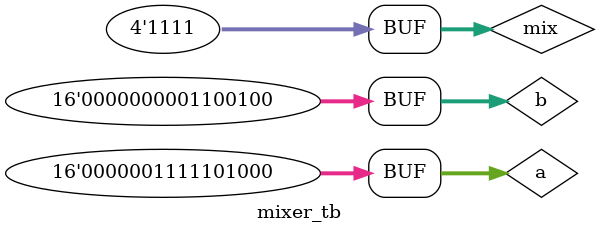
<source format=sv>


module mixer #(
	parameter D_WIDTH 	= 16,
	parameter M_WIDTH 	= 4
)(
	input  [D_WIDTH-1:0] 	a,
	input  [D_WIDTH-1:0] 	b,
	input  [M_WIDTH-1:0] 	mix,
	output [D_WIDTH-1:0]	out
);

wire [M_WIDTH-1:0] antimix = 2**M_WIDTH - 1 - mix;

wire [D_WIDTH+M_WIDTH:0] out_full = (mix*a) + (antimix*b);

assign out = out_full[D_WIDTH+M_WIDTH:M_WIDTH];


endmodule

//=============================================================================
module mixer_tb;

logic [15:0] a, b;
logic [3:0]  mix;
wire  [15:0] out;

mixer mixer_inst( .* );


initial begin
	mix = 0;
	a	= 0;
	b	= 0;
	#1;

	b 	= 100;
	#1;

	b	= 15000;
	#1;

	a	= 15000;
	#1;

	mix	= 5;
	#1;

	mix = 4'b1111;
	#1;

	b	= 0;
	#1;
	
	
	a	= 100;
	#1;

	a	= 1000;
	b	= 100;
	#1;

	for(int i = 0; i < 16; i++) begin
		mix = i;
		#1;
	end
	
	

end


endmodule

</source>
